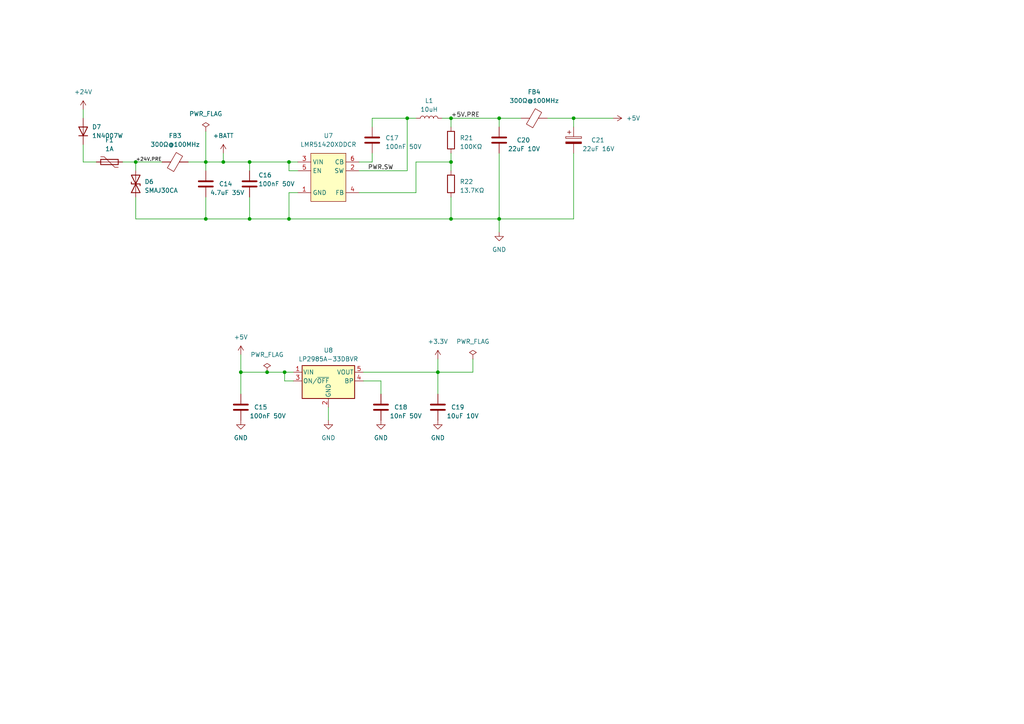
<source format=kicad_sch>
(kicad_sch (version 20230121) (generator eeschema)
  (paper "A4")
  (lib_symbols
    (symbol "Device:C" (pin_numbers hide) (pin_names (offset 0.254))
      (property "Reference" "C" (at 0.635 2.54 0))
      (property "Value" "C" (at 0.635 -2.54 0))
      (symbol "C_0_1"
        (polyline (pts (xy -2.032 -0.762) (xy 2.032 -0.762)) (stroke (width 0.508)))
        (polyline (pts (xy -2.032 0.762) (xy 2.032 0.762)) (stroke (width 0.508)))
      )
      (symbol "C_1_1"
        (pin passive line (at 0 3.81 270) (length 2.794) (name "~") (number "1"))
        (pin passive line (at 0 -3.81 90) (length 2.794) (name "~") (number "2"))
      )
    )
    (symbol "Device:C_Polarized" (pin_numbers hide) (pin_names (offset 0.254))
      (property "Reference" "C" (at 0.635 2.54 0))
      (property "Value" "C_Polarized" (at 0.635 -2.54 0))
      (symbol "C_Polarized_0_1"
        (rectangle (start -2.286 0.508) (end 2.286 1.016))
        (polyline (pts (xy -1.778 2.286) (xy -0.762 2.286)))
        (polyline (pts (xy -1.27 2.794) (xy -1.27 1.778)))
        (rectangle (start 2.286 -0.508) (end -2.286 -1.016) (fill (type outline)))
      )
      (symbol "C_Polarized_1_1"
        (pin passive line (at 0 3.81 270) (length 2.794) (name "~") (number "1"))
        (pin passive line (at 0 -3.81 90) (length 2.794) (name "~") (number "2"))
      )
    )
    (symbol "Device:D" (pin_numbers hide) (pin_names (offset 1.016) hide)
      (property "Reference" "D" (at 0 2.54 0))
      (property "Value" "D" (at 0 -2.54 0))
      (symbol "D_0_1"
        (polyline (pts (xy -1.27 1.27) (xy -1.27 -1.27)) (stroke (width 0.254)))
        (polyline (pts (xy 1.27 0) (xy -1.27 0)))
        (polyline (pts (xy 1.27 1.27) (xy 1.27 -1.27) (xy -1.27 0) (xy 1.27 1.27)) (stroke (width 0.254)))
      )
      (symbol "D_1_1"
        (pin passive line (at -3.81 0 0) (length 2.54) (name "K") (number "1"))
        (pin passive line (at 3.81 0 180) (length 2.54) (name "A") (number "2"))
      )
    )
    (symbol "Device:D_TVS" (pin_numbers hide) (pin_names (offset 1.016) hide)
      (property "Reference" "D" (at 0 2.54 0))
      (property "Value" "D_TVS" (at 0 -2.54 0))
      (symbol "D_TVS_0_1"
        (polyline (pts (xy 1.27 0) (xy -1.27 0)))
        (polyline (pts (xy 0.508 1.27) (xy 0 1.27) (xy 0 -1.27) (xy -0.508 -1.27)) (stroke (width 0.254)))
        (polyline (pts (xy -2.54 1.27) (xy -2.54 -1.27) (xy 2.54 1.27) (xy 2.54 -1.27) (xy -2.54 1.27)) (stroke (width 0.254)))
      )
      (symbol "D_TVS_1_1"
        (pin passive line (at -3.81 0 0) (length 2.54) (name "A1") (number "1"))
        (pin passive line (at 3.81 0 180) (length 2.54) (name "A2") (number "2"))
      )
    )
    (symbol "Device:FerriteBead" (pin_numbers hide) (pin_names (offset 0))
      (property "Reference" "FB" (at -3.81 0.635 90))
      (property "Value" "FerriteBead" (at 3.81 0 90))
      (symbol "FerriteBead_0_1"
        (polyline (pts (xy 0 -1.27) (xy 0 -1.2192)))
        (polyline (pts (xy 0 1.27) (xy 0 1.2954)))
        (polyline (pts (xy -2.7686 0.4064) (xy -1.7018 2.2606) (xy 2.7686 -0.3048) (xy 1.6764 -2.159) (xy -2.7686 0.4064)))
      )
      (symbol "FerriteBead_1_1"
        (pin passive line (at 0 3.81 270) (length 2.54) (name "~") (number "1"))
        (pin passive line (at 0 -3.81 90) (length 2.54) (name "~") (number "2"))
      )
    )
    (symbol "Device:L" (pin_numbers hide) (pin_names (offset 1.016) hide)
      (property "Reference" "L" (at -1.27 0 90))
      (property "Value" "L" (at 1.905 0 90))
      (symbol "L_0_1"
        (arc (start 0 -2.54) (mid 0.6323 -1.905) (end 0 -1.27))
        (arc (start 0 -1.27) (mid 0.6323 -0.635) (end 0 0))
        (arc (start 0 0) (mid 0.6323 0.635) (end 0 1.27))
        (arc (start 0 1.27) (mid 0.6323 1.905) (end 0 2.54))
      )
      (symbol "L_1_1"
        (pin passive line (at 0 3.81 270) (length 1.27) (name "1") (number "1"))
        (pin passive line (at 0 -3.81 90) (length 1.27) (name "2") (number "2"))
      )
    )
    (symbol "Device:Polyfuse" (pin_numbers hide) (pin_names (offset 0))
      (property "Reference" "F" (at -2.54 0 90))
      (property "Value" "Polyfuse" (at 2.54 0 90))
      (symbol "Polyfuse_0_1"
        (rectangle (start -0.762 2.54) (end 0.762 -2.54) (stroke (width 0.254)))
        (polyline (pts (xy 0 2.54) (xy 0 -2.54)))
        (polyline (pts (xy -1.524 2.54) (xy -1.524 1.524) (xy 1.524 -1.524) (xy 1.524 -2.54)))
      )
      (symbol "Polyfuse_1_1"
        (pin passive line (at 0 3.81 270) (length 1.27) (name "~") (number "1"))
        (pin passive line (at 0 -3.81 90) (length 1.27) (name "~") (number "2"))
      )
    )
    (symbol "Device:R" (pin_numbers hide) (pin_names (offset 0))
      (property "Reference" "R" (at 2.032 0 90))
      (property "Value" "R" (at 0 0 90))
      (symbol "R_0_1"
        (rectangle (start -1.016 -2.54) (end 1.016 2.54) (stroke (width 0.254)))
      )
      (symbol "R_1_1"
        (pin passive line (at 0 3.81 270) (length 1.27) (name "~") (number "1"))
        (pin passive line (at 0 -3.81 90) (length 1.27) (name "~") (number "2"))
      )
    )
    (symbol "M2M_Library:LMR51420YDDCR"
      (property "Reference" "U" (at 0 7.62 0))
      (property "Value" "LMR51420YDDCR" (at 0 -11.43 0))
      (symbol "LMR51420YDDCR_1_1"
        (rectangle (start -5.08 5.08) (end 5.08 -8.89) (fill (type background)))
        (pin power_in line (at -8.89 -6.35 0) (length 3.81) (name "GND") (number "1"))
        (pin output line (at 8.89 0 180) (length 3.81) (name "SW") (number "2"))
        (pin power_in line (at -8.89 2.54 0) (length 3.81) (name "VIN") (number "3"))
        (pin input line (at 8.89 -6.35 180) (length 3.81) (name "FB") (number "4"))
        (pin input line (at -8.89 0 0) (length 3.81) (name "EN") (number "5"))
        (pin input line (at 8.89 2.54 180) (length 3.81) (name "CB") (number "6"))
      )
    )
    (symbol "Regulator_Linear:LP2985-3.3" (pin_names (offset 0.254))
      (property "Reference" "U" (at -6.35 5.715 0))
      (property "Value" "LP2985-3.3" (at 0 5.715 0))
      (symbol "LP2985-3.3_0_1"
        (rectangle (start -7.62 -5.08) (end 7.62 4.445) (stroke (width 0.254)) (fill (type background)))
      )
      (symbol "LP2985-3.3_1_1"
        (pin power_in line (at -10.16 2.54 0) (length 2.54) (name "VIN") (number "1"))
        (pin power_in line (at 0 -7.62 90) (length 2.54) (name "GND") (number "2"))
        (pin input line (at -10.16 0 0) (length 2.54) (name "ON/~{OFF}") (number "3"))
        (pin input line (at 10.16 0 180) (length 2.54) (name "BP") (number "4"))
        (pin power_out line (at 10.16 2.54 180) (length 2.54) (name "VOUT") (number "5"))
      )
    )
    (symbol "power:+24V" (power) (pin_names (offset 0))
      (property "Value" "+24V" (at 0 3.556 0))
      (symbol "+24V_0_1"
        (polyline (pts (xy -0.762 1.27) (xy 0 2.54)))
        (polyline (pts (xy 0 0) (xy 0 2.54)))
        (polyline (pts (xy 0 2.54) (xy 0.762 1.27)))
      )
      (symbol "+24V_1_1"
        (pin power_in line (at 0 0 90) (length 0) hide (name "+24V") (number "1"))
      )
    )
    (symbol "power:+3.3V" (power) (pin_names (offset 0))
      (property "Value" "+3.3V" (at 0 3.556 0))
      (symbol "+3.3V_0_1"
        (polyline (pts (xy -0.762 1.27) (xy 0 2.54)))
        (polyline (pts (xy 0 0) (xy 0 2.54)))
        (polyline (pts (xy 0 2.54) (xy 0.762 1.27)))
      )
      (symbol "+3.3V_1_1"
        (pin power_in line (at 0 0 90) (length 0) hide (name "+3.3V") (number "1"))
      )
    )
    (symbol "power:+5V" (power) (pin_names (offset 0))
      (property "Value" "+5V" (at 0 3.556 0))
      (symbol "+5V_0_1"
        (polyline (pts (xy -0.762 1.27) (xy 0 2.54)))
        (polyline (pts (xy 0 0) (xy 0 2.54)))
        (polyline (pts (xy 0 2.54) (xy 0.762 1.27)))
      )
      (symbol "+5V_1_1"
        (pin power_in line (at 0 0 90) (length 0) hide (name "+5V") (number "1"))
      )
    )
    (symbol "power:+BATT" (power) (pin_names (offset 0))
      (property "Value" "+BATT" (at 0 3.556 0))
      (symbol "+BATT_0_1"
        (polyline (pts (xy -0.762 1.27) (xy 0 2.54)))
        (polyline (pts (xy 0 0) (xy 0 2.54)))
        (polyline (pts (xy 0 2.54) (xy 0.762 1.27)))
      )
      (symbol "+BATT_1_1"
        (pin power_in line (at 0 0 90) (length 0) hide (name "+BATT") (number "1"))
      )
    )
    (symbol "power:GND" (power) (pin_names (offset 0))
      (property "Value" "GND" (at 0 -3.81 0))
      (symbol "GND_0_1"
        (polyline (pts (xy 0 0) (xy 0 -1.27) (xy 1.27 -1.27) (xy 0 -2.54) (xy -1.27 -1.27) (xy 0 -1.27)))
      )
      (symbol "GND_1_1"
        (pin power_in line (at 0 0 270) (length 0) hide (name "GND") (number "1"))
      )
    )
    (symbol "power:PWR_FLAG" (power) (pin_numbers hide) (pin_names (offset 0) hide)
      (property "Value" "PWR_FLAG" (at 0 3.81 0))
      (symbol "PWR_FLAG_0_0"
        (pin power_out line (at 0 0 90) (length 0) (name "pwr") (number "1"))
      )
      (symbol "PWR_FLAG_0_1"
        (polyline (pts (xy 0 0) (xy 0 1.27) (xy -1.016 1.905) (xy 0 2.54) (xy 1.016 1.905) (xy 0 1.27)))
      )
    )
  )
  (junction (at 39.37 46.99))
  (junction (at 130.81 46.99))
  (junction (at 83.82 63.5))
  (junction (at 72.39 46.99))
  (junction (at 69.85 107.95))
  (junction (at 83.82 46.99))
  (junction (at 130.81 63.5))
  (junction (at 77.47 107.95))
  (junction (at 64.77 46.99))
  (junction (at 59.69 46.99))
  (junction (at 130.81 34.29))
  (junction (at 82.55 107.95))
  (junction (at 144.78 63.5))
  (junction (at 72.39 63.5))
  (junction (at 127 107.95))
  (junction (at 118.11 34.29))
  (junction (at 144.78 34.29))
  (junction (at 166.37 34.29))
  (junction (at 59.69 63.5))
  (wire (pts (xy 39.37 57.15) (xy 39.37 63.5)))
  (wire (pts (xy 59.69 46.99) (xy 64.77 46.99)))
  (wire (pts (xy 24.13 46.99) (xy 24.13 41.91)))
  (wire (pts (xy 39.37 46.99) (xy 46.99 46.99)))
  (wire (pts (xy 69.85 107.95) (xy 69.85 102.87)))
  (wire (pts (xy 105.41 107.95) (xy 127 107.95)))
  (wire (pts (xy 107.95 34.29) (xy 118.11 34.29)))
  (wire (pts (xy 120.65 55.88) (xy 104.14 55.88)))
  (wire (pts (xy 54.61 46.99) (xy 59.69 46.99)))
  (wire (pts (xy 107.95 46.99) (xy 107.95 44.45)))
  (wire (pts (xy 85.09 110.49) (xy 82.55 110.49)))
  (wire (pts (xy 130.81 63.5) (xy 83.82 63.5)))
  (wire (pts (xy 72.39 57.15) (xy 72.39 63.5)))
  (wire (pts (xy 144.78 63.5) (xy 130.81 63.5)))
  (wire (pts (xy 69.85 107.95) (xy 69.85 114.3)))
  (wire (pts (xy 158.75 34.29) (xy 166.37 34.29)))
  (wire (pts (xy 166.37 63.5) (xy 144.78 63.5)))
  (wire (pts (xy 120.65 46.99) (xy 120.65 55.88)))
  (wire (pts (xy 110.49 110.49) (xy 105.41 110.49)))
  (wire (pts (xy 118.11 34.29) (xy 120.65 34.29)))
  (wire (pts (xy 39.37 63.5) (xy 59.69 63.5)))
  (wire (pts (xy 110.49 114.3) (xy 110.49 110.49)))
  (wire (pts (xy 130.81 34.29) (xy 128.27 34.29)))
  (wire (pts (xy 104.14 46.99) (xy 107.95 46.99)))
  (wire (pts (xy 130.81 57.15) (xy 130.81 63.5)))
  (wire (pts (xy 144.78 44.45) (xy 144.78 63.5)))
  (wire (pts (xy 83.82 55.88) (xy 83.82 63.5)))
  (wire (pts (xy 83.82 63.5) (xy 72.39 63.5)))
  (wire (pts (xy 130.81 34.29) (xy 144.78 34.29)))
  (wire (pts (xy 166.37 44.45) (xy 166.37 63.5)))
  (wire (pts (xy 82.55 110.49) (xy 82.55 107.95)))
  (wire (pts (xy 77.47 107.95) (xy 69.85 107.95)))
  (wire (pts (xy 83.82 46.99) (xy 86.36 46.99)))
  (wire (pts (xy 85.09 107.95) (xy 82.55 107.95)))
  (wire (pts (xy 144.78 63.5) (xy 144.78 67.31)))
  (wire (pts (xy 144.78 34.29) (xy 151.13 34.29)))
  (wire (pts (xy 127 114.3) (xy 127 107.95)))
  (wire (pts (xy 130.81 46.99) (xy 130.81 49.53)))
  (wire (pts (xy 130.81 46.99) (xy 120.65 46.99)))
  (wire (pts (xy 137.16 104.14) (xy 137.16 107.95)))
  (wire (pts (xy 82.55 107.95) (xy 77.47 107.95)))
  (wire (pts (xy 83.82 49.53) (xy 83.82 46.99)))
  (wire (pts (xy 86.36 55.88) (xy 83.82 55.88)))
  (wire (pts (xy 64.77 44.45) (xy 64.77 46.99)))
  (wire (pts (xy 39.37 46.99) (xy 39.37 49.53)))
  (wire (pts (xy 127 104.14) (xy 127 107.95)))
  (wire (pts (xy 166.37 34.29) (xy 166.37 36.83)))
  (wire (pts (xy 86.36 49.53) (xy 83.82 49.53)))
  (wire (pts (xy 72.39 46.99) (xy 83.82 46.99)))
  (wire (pts (xy 144.78 34.29) (xy 144.78 36.83)))
  (wire (pts (xy 72.39 49.53) (xy 72.39 46.99)))
  (wire (pts (xy 35.56 46.99) (xy 39.37 46.99)))
  (wire (pts (xy 27.94 46.99) (xy 24.13 46.99)))
  (wire (pts (xy 59.69 63.5) (xy 72.39 63.5)))
  (wire (pts (xy 107.95 36.83) (xy 107.95 34.29)))
  (wire (pts (xy 59.69 57.15) (xy 59.69 63.5)))
  (wire (pts (xy 59.69 38.1) (xy 59.69 46.99)))
  (wire (pts (xy 118.11 34.29) (xy 118.11 49.53)))
  (wire (pts (xy 137.16 107.95) (xy 127 107.95)))
  (wire (pts (xy 95.25 118.11) (xy 95.25 121.92)))
  (wire (pts (xy 130.81 44.45) (xy 130.81 46.99)))
  (wire (pts (xy 24.13 31.75) (xy 24.13 34.29)))
  (wire (pts (xy 130.81 36.83) (xy 130.81 34.29)))
  (wire (pts (xy 64.77 46.99) (xy 72.39 46.99)))
  (wire (pts (xy 59.69 49.53) (xy 59.69 46.99)))
  (wire (pts (xy 118.11 49.53) (xy 104.14 49.53)))
  (wire (pts (xy 166.37 34.29) (xy 177.8 34.29)))
  (label "+5V.PRE" (at 130.81 34.29 0))
  (label "+24V.PRE" (at 39.37 46.99 0) (effects (font (size 1 1))))
  (label "PWR.SW" (at 106.68 49.53 0))
  (symbol (lib_id "Device:Polyfuse") (at 31.75 46.99 90) (mirror x) (unit 1)
    (property "Reference" "F1" (at 31.75 40.64 90))
    (property "Value" "1A" (at 31.75 43.18 90))
    (property "Footprint" "Fuse:Fuse_1812_4532Metric" (effects hide))
    (property "LCSC" "C782762" (effects hide))
    (property "MFR" "1812-050/15V" (effects hide))
    (instances (project "NTR-MAIN-U2xx" (path "" (reference "F1") (unit 1))) (project "M2M_OBD2_Mini" (path "" (reference "F?") (unit 1))) (project "Smart_DTC_Eraser_BLE_V1" (path "" (reference "F?") (unit 1))))
  )
  (symbol (lib_id "Regulator_Linear:LP2985-3.3") (at 95.25 110.49 0) (unit 1)
    (property "Reference" "U8" (at 95.25 101.6 0))
    (property "Value" "LP2985A-33DBVR" (at 95.25 104.14 0))
    (property "Footprint" "Package_TO_SOT_SMD:SOT-23-5" (effects hide))
    (property "Datasheet" "http://www.ti.com/lit/ds/symlink/lp2985.pdf" (effects hide))
    (property "LCSC" "C89826" (effects hide))
    (property "MFR" "LP2985A-33DBVR" (effects hide))
    (instances (project "NTR-MAIN-U2xx" (path "" (reference "U8") (unit 1))) (project "Smart_DTC_Eraser_BLE_V1" (path "" (reference "U?") (unit 1))))
  )
  (symbol (lib_id "power:GND") (at 127 121.92 0) (unit 1)
    (property "Reference" "#PWR052" (effects hide))
    (property "Value" "GND" (at 127 127 0))
    (instances (project "NTR-MAIN-U2xx" (path "" (reference "#PWR052") (unit 1))) (project "M2M_OBD2_Mini" (path "" (reference "#PWR?") (unit 1))) (project "Smart_DTC_Eraser_BLE_V1" (path "" (reference "#PWR?") (unit 1))) (project "M2M_3G_OBD2" (path "" (reference "#PWR?") (unit 1))))
  )
  (symbol (lib_id "Device:D") (at 24.13 38.1 90) (unit 1)
    (property "Reference" "D7" (at 26.67 36.83 90) (effects (justify right)))
    (property "Value" "1N4007W" (at 26.67 39.37 90) (effects (justify right)))
    (property "Footprint" "Diode_SMD:D_SOD-123" (effects hide))
    (property "Sim.Device" "D" (effects hide))
    (property "Sim.Pins" "1=K 2=A" (effects hide))
    (property "LCSC" "C3018540" (effects hide))
    (property "MFR" "1N4007W" (effects hide))
  )
  (symbol (lib_id "Device:C_Polarized") (at 166.37 40.64 0) (unit 1)
    (property "Reference" "C21" (at 171.45 40.64 0) (effects (justify left)))
    (property "Value" "22uF 16V" (at 168.91 43.18 0) (effects (justify left)))
    (property "Footprint" "Capacitor_Tantalum_SMD:CP_EIA-3216-10_Kemet-I" (effects hide))
    (property "LCSC" "C782264" (effects hide))
    (property "MFR" "CA45-A-16V-22uF-K" (effects hide))
    (instances (project "NTR-MAIN-U2xx" (path "" (reference "C21") (unit 1))) (project "M2M_OBD2_Mini" (path "" (reference "C?") (unit 1))) (project "Smart_DTC_Eraser_BLE_V1" (path "" (reference "C?") (unit 1))) (project "M2M_3G_OBD2" (path "" (reference "C?") (unit 1))))
  )
  (symbol (lib_id "power:+24V") (at 24.13 31.75 0) (unit 1)
    (property "Reference" "#PWR045" (effects hide))
    (property "Value" "+24V" (at 24.13 26.67 0))
    (instances (project "NTR-MAIN-U2xx" (path "" (reference "#PWR045") (unit 1))) (project "Smart_DTC_Eraser_BLE_V1" (path "" (reference "#PWR?") (unit 1))))
  )
  (symbol (lib_id "Device:FerriteBead") (at 50.8 46.99 90) (unit 1)
    (property "Reference" "FB3" (at 50.8 39.37 90))
    (property "Value" "300Ω@100MHz" (at 50.8 41.91 90))
    (property "Footprint" "Inductor_SMD:L_0603_1608Metric" (effects hide))
    (property "LCSC" "C401489" (effects hide))
    (property "MFR" "CBH160808W301T" (effects hide))
    (instances (project "NTR-MAIN-U2xx" (path "" (reference "FB3") (unit 1))) (project "M2M_OBD2_Mini" (path "" (reference "FB?") (unit 1))) (project "Smart_DTC_Eraser_BLE_V1" (path "" (reference "FB?") (unit 1))) (project "M2M_3G_OBD2" (path "" (reference "FB?") (unit 1))))
  )
  (symbol (lib_id "power:GND") (at 95.25 121.92 0) (unit 1)
    (property "Reference" "#PWR049" (effects hide))
    (property "Value" "GND" (at 95.25 127 0))
    (instances (project "NTR-MAIN-U2xx" (path "" (reference "#PWR049") (unit 1))) (project "M2M_OBD2_Mini" (path "" (reference "#PWR?") (unit 1))) (project "Smart_DTC_Eraser_BLE_V1" (path "" (reference "#PWR?") (unit 1))) (project "M2M_3G_OBD2" (path "" (reference "#PWR?") (unit 1))))
  )
  (symbol (lib_id "Device:C") (at 59.69 53.34 0) (unit 1)
    (property "Reference" "C14" (at 63.5 53.34 0) (effects (justify left)))
    (property "Value" "4.7uF 35V" (at 60.96 55.88 0) (effects (justify left)))
    (property "Footprint" "Capacitor_SMD:C_0603_1608Metric" (effects hide))
    (property "LCSC" "C162274" (effects hide))
    (property "MFR" "GRM188R6YA475KE15D" (effects hide))
    (instances (project "NTR-MAIN-U2xx" (path "" (reference "C14") (unit 1))) (project "M2M_OBD2_Mini" (path "" (reference "C?") (unit 1))) (project "Smart_DTC_Eraser_BLE_V1" (path "" (reference "C?") (unit 1))) (project "M2M_3G_OBD2" (path "" (reference "C?") (unit 1))))
  )
  (symbol (lib_id "Device:R") (at 130.81 40.64 0) (unit 1)
    (property "Reference" "R21" (at 133.35 40.005 0) (effects (justify left)))
    (property "Value" "100KΩ" (at 133.35 42.545 0) (effects (justify left)))
    (property "Footprint" "Resistor_SMD:R_0402_1005Metric" (effects hide))
    (property "LCSC" "C25741" (effects hide))
    (property "MFR" "0402WGF1003TCE" (effects hide))
    (instances (project "NTR-MAIN-U2xx" (path "" (reference "R21") (unit 1))) (project "M2M_OBD2_Mini" (path "" (reference "R?") (unit 1))) (project "Smart_DTC_Eraser_BLE_V1" (path "" (reference "R?") (unit 1))) (project "M2M_3G_OBD2" (path "" (reference "R?") (unit 1))))
  )
  (symbol (lib_id "power:+5V") (at 177.8 34.29 270) (unit 1)
    (property "Reference" "#PWR054" (effects hide))
    (property "Value" "+5V" (at 181.61 34.29 90) (effects (justify left)))
    (instances (project "NTR-MAIN-U2xx" (path "" (reference "#PWR054") (unit 1))) (project "M2M_OBD2_Mini" (path "" (reference "#PWR?") (unit 1))) (project "Smart_DTC_Eraser_BLE_V1" (path "" (reference "#PWR?") (unit 1))) (project "M2M_3G_OBD2" (path "" (reference "#PWR?") (unit 1))))
  )
  (symbol (lib_id "Device:C") (at 110.49 118.11 0) (unit 1)
    (property "Reference" "C18" (at 114.3 118.11 0) (effects (justify left)))
    (property "Value" "10nF 50V" (at 113.03 120.65 0) (effects (justify left)))
    (property "Footprint" "Capacitor_SMD:C_0402_1005Metric" (effects hide))
    (property "LCSC" "C15195" (effects hide))
    (property "MFR" "CL05B103KB5NNNC" (effects hide))
    (instances (project "NTR-MAIN-U2xx" (path "" (reference "C18") (unit 1))) (project "M2M_OBD2_Mini" (path "" (reference "C?") (unit 1))) (project "Smart_DTC_Eraser_BLE_V1" (path "" (reference "C?") (unit 1))) (project "M2M_3G_OBD2" (path "" (reference "C?") (unit 1))))
  )
  (symbol (lib_id "Device:D_TVS") (at 39.37 53.34 90) (unit 1)
    (property "Reference" "D6" (at 41.91 52.705 90) (effects (justify right)))
    (property "Value" "SMAJ30CA" (at 41.91 55.245 90) (effects (justify right)))
    (property "Footprint" "Diode_SMD:D_SMA" (effects hide))
    (property "LCSC" "C356367" (effects hide))
    (property "MFR" "SMAJ30CA" (effects hide))
    (instances (project "NTR-MAIN-U2xx" (path "" (reference "D6") (unit 1))) (project "M2M_OBD2_Mini" (path "" (reference "D?") (unit 1))) (project "Smart_DTC_Eraser_BLE_V1" (path "" (reference "D?") (unit 1))))
  )
  (symbol (lib_id "Device:C") (at 107.95 40.64 0) (unit 1)
    (property "Reference" "C17" (at 111.76 40.005 0) (effects (justify left)))
    (property "Value" "100nF 50V" (at 111.76 42.545 0) (effects (justify left)))
    (property "Footprint" "Capacitor_SMD:C_0402_1005Metric" (effects hide))
    (property "LCSC" "C77020" (effects hide))
    (property "MFR" "GRM155R71H104KE14D" (effects hide))
    (instances (project "NTR-MAIN-U2xx" (path "" (reference "C17") (unit 1))) (project "M2M_OBD2_Mini" (path "" (reference "C?") (unit 1))) (project "Smart_DTC_Eraser_BLE_V1" (path "" (reference "C?") (unit 1))) (project "M2M_3G_OBD2" (path "" (reference "C?") (unit 1))))
  )
  (symbol (lib_id "M2M_Library:LMR51420YDDCR") (at 95.25 49.53 0) (unit 1)
    (property "Reference" "U7" (at 95.25 39.37 0))
    (property "Value" "LMR51420XDDCR" (at 95.25 41.91 0))
    (property "Footprint" "Package_TO_SOT_SMD:SOT-23-6" (effects hide))
    (property "Datasheet" "https://www.ti.com/lit/ds/symlink/lmr51420.pdf?ts=1688921324831" (effects hide))
    (property "LCSC" "C5246146" (effects hide))
    (property "MFR" "LMR51420XDDCR" (effects hide))
    (instances (project "NTR-MAIN-U2xx" (path "" (reference "U7") (unit 1))) (project "M2M_OBD2_Mini" (path "" (reference "U?") (unit 1))) (project "Smart_DTC_Eraser_BLE_V1" (path "" (reference "U?") (unit 1))) (project "M2M_3G_OBD2" (path "" (reference "U?") (unit 1))))
  )
  (symbol (lib_id "Device:L") (at 124.46 34.29 90) (unit 1)
    (property "Reference" "L1" (at 124.46 29.21 90))
    (property "Value" "10uH" (at 124.46 31.75 90))
    (property "Footprint" "Inductor_SMD:L_Bourns-SRN4018" (effects hide))
    (property "LCSC" "C135244" (effects hide))
    (property "MFR" "SMNR4010-100MT" (effects hide))
    (instances (project "NTR-MAIN-U2xx" (path "" (reference "L1") (unit 1))) (project "M2M_OBD2_Mini" (path "" (reference "L?") (unit 1))) (project "Smart_DTC_Eraser_BLE_V1" (path "" (reference "L?") (unit 1))) (project "M2M_3G_OBD2" (path "" (reference "L?") (unit 1))))
  )
  (symbol (lib_id "power:GND") (at 144.78 67.31 0) (unit 1)
    (property "Reference" "#PWR053" (effects hide))
    (property "Value" "GND" (at 144.78 72.39 0))
    (instances (project "NTR-MAIN-U2xx" (path "" (reference "#PWR053") (unit 1))) (project "M2M_OBD2_Mini" (path "" (reference "#PWR?") (unit 1))) (project "Smart_DTC_Eraser_BLE_V1" (path "" (reference "#PWR?") (unit 1))) (project "M2M_3G_OBD2" (path "" (reference "#PWR?") (unit 1))))
  )
  (symbol (lib_id "power:+3.3V") (at 127 104.14 0) (unit 1)
    (property "Reference" "#PWR051" (effects hide))
    (property "Value" "+3.3V" (at 127 99.06 0))
    (instances (project "NTR-MAIN-U2xx" (path "" (reference "#PWR051") (unit 1))) (project "Smart_DTC_Eraser_BLE_V1" (path "" (reference "#PWR?") (unit 1))))
  )
  (symbol (lib_id "Device:C") (at 69.85 118.11 0) (unit 1)
    (property "Reference" "C15" (at 73.66 118.11 0) (effects (justify left)))
    (property "Value" "100nF 50V" (at 72.39 120.65 0) (effects (justify left)))
    (property "Footprint" "Capacitor_SMD:C_0402_1005Metric" (effects hide))
    (property "LCSC" "C77020" (effects hide))
    (property "MFR" "GRM155R71H104KE14D" (effects hide))
    (instances (project "NTR-MAIN-U2xx" (path "" (reference "C15") (unit 1))) (project "M2M_OBD2_Mini" (path "" (reference "C?") (unit 1))) (project "Smart_DTC_Eraser_BLE_V1" (path "" (reference "C?") (unit 1))) (project "M2M_3G_OBD2" (path "" (reference "C?") (unit 1))))
  )
  (symbol (lib_id "power:GND") (at 110.49 121.92 0) (unit 1)
    (property "Reference" "#PWR050" (effects hide))
    (property "Value" "GND" (at 110.49 127 0))
    (instances (project "NTR-MAIN-U2xx" (path "" (reference "#PWR050") (unit 1))) (project "M2M_OBD2_Mini" (path "" (reference "#PWR?") (unit 1))) (project "Smart_DTC_Eraser_BLE_V1" (path "" (reference "#PWR?") (unit 1))) (project "M2M_3G_OBD2" (path "" (reference "#PWR?") (unit 1))))
  )
  (symbol (lib_id "power:PWR_FLAG") (at 77.47 107.95 0) (unit 1)
    (property "Reference" "#FLG03" (effects hide))
    (property "Value" "PWR_FLAG" (at 77.47 102.87 0))
    (instances (project "NTR-MAIN-U2xx" (path "" (reference "#FLG03") (unit 1))) (project "Smart_DTC_Eraser_BLE_V1" (path "" (reference "#FLG?") (unit 1))))
  )
  (symbol (lib_id "Device:C") (at 127 118.11 0) (unit 1)
    (property "Reference" "C19" (at 130.81 118.11 0) (effects (justify left)))
    (property "Value" "10uF 10V" (at 129.54 120.65 0) (effects (justify left)))
    (property "Footprint" "Capacitor_SMD:C_0402_1005Metric" (effects hide))
    (property "LCSC" "C315248" (effects hide))
    (property "MFR" "CL05A106MP5NUNC" (effects hide))
    (instances (project "NTR-MAIN-U2xx" (path "" (reference "C19") (unit 1))) (project "M2M_OBD2_Mini" (path "" (reference "C?") (unit 1))) (project "Smart_DTC_Eraser_BLE_V1" (path "" (reference "C?") (unit 1))) (project "M2M_3G_OBD2" (path "" (reference "C?") (unit 1))))
  )
  (symbol (lib_id "power:+5V") (at 69.85 102.87 0) (unit 1)
    (property "Reference" "#PWR047" (effects hide))
    (property "Value" "+5V" (at 69.85 97.79 0))
    (instances (project "NTR-MAIN-U2xx" (path "" (reference "#PWR047") (unit 1))) (project "M2M_OBD2_Mini" (path "" (reference "#PWR?") (unit 1))) (project "Smart_DTC_Eraser_BLE_V1" (path "" (reference "#PWR?") (unit 1))) (project "M2M_3G_OBD2" (path "" (reference "#PWR?") (unit 1))))
  )
  (symbol (lib_id "Device:FerriteBead") (at 154.94 34.29 90) (unit 1)
    (property "Reference" "FB4" (at 154.94 26.67 90))
    (property "Value" "300Ω@100MHz" (at 154.94 29.21 90))
    (property "Footprint" "Inductor_SMD:L_0805_2012Metric" (effects hide))
    (property "LCSC" "C67451" (effects hide))
    (property "MFR" "CBW201209U301T" (effects hide))
    (instances (project "NTR-MAIN-U2xx" (path "" (reference "FB4") (unit 1))) (project "M2M_OBD2_Mini" (path "" (reference "FB?") (unit 1))) (project "Smart_DTC_Eraser_BLE_V1" (path "" (reference "FB?") (unit 1))) (project "M2M_3G_OBD2" (path "" (reference "FB?") (unit 1))))
  )
  (symbol (lib_id "power:+BATT") (at 64.77 44.45 0) (unit 1)
    (property "Reference" "#PWR046" (effects hide))
    (property "Value" "+BATT" (at 64.77 39.37 0))
    (instances (project "NTR-MAIN-U2xx" (path "" (reference "#PWR046") (unit 1))) (project "Smart_DTC_Eraser_BLE_V1" (path "" (reference "#PWR?") (unit 1))))
  )
  (symbol (lib_id "Device:C") (at 144.78 40.64 0) (unit 1)
    (property "Reference" "C20" (at 149.86 40.64 0) (effects (justify left)))
    (property "Value" "22uF 10V" (at 147.32 43.18 0) (effects (justify left)))
    (property "Footprint" "Capacitor_SMD:C_0805_2012Metric" (effects hide))
    (property "LCSC" "C380336" (effects hide))
    (property "MFR" "TCC0805X5R226K100FT" (effects hide))
    (instances (project "NTR-MAIN-U2xx" (path "" (reference "C20") (unit 1))) (project "M2M_OBD2_Mini" (path "" (reference "C?") (unit 1))) (project "Smart_DTC_Eraser_BLE_V1" (path "" (reference "C?") (unit 1))) (project "M2M_3G_OBD2" (path "" (reference "C?") (unit 1))))
  )
  (symbol (lib_id "Device:C") (at 72.39 53.34 0) (unit 1)
    (property "Reference" "C16" (at 74.93 50.8 0) (effects (justify left)))
    (property "Value" "100nF 50V" (at 74.93 53.34 0) (effects (justify left)))
    (property "Footprint" "Capacitor_SMD:C_0402_1005Metric" (effects hide))
    (property "LCSC" "C77020" (effects hide))
    (property "MFR" "GRM155R71H104KE14D" (effects hide))
    (instances (project "NTR-MAIN-U2xx" (path "" (reference "C16") (unit 1))) (project "M2M_OBD2_Mini" (path "" (reference "C?") (unit 1))) (project "Smart_DTC_Eraser_BLE_V1" (path "" (reference "C?") (unit 1))) (project "M2M_3G_OBD2" (path "" (reference "C?") (unit 1))))
  )
  (symbol (lib_id "power:GND") (at 69.85 121.92 0) (unit 1)
    (property "Reference" "#PWR048" (effects hide))
    (property "Value" "GND" (at 69.85 127 0))
    (instances (project "NTR-MAIN-U2xx" (path "" (reference "#PWR048") (unit 1))) (project "M2M_OBD2_Mini" (path "" (reference "#PWR?") (unit 1))) (project "Smart_DTC_Eraser_BLE_V1" (path "" (reference "#PWR?") (unit 1))) (project "M2M_3G_OBD2" (path "" (reference "#PWR?") (unit 1))))
  )
  (symbol (lib_id "Device:R") (at 130.81 53.34 0) (unit 1)
    (property "Reference" "R22" (at 133.35 52.705 0) (effects (justify left)))
    (property "Value" "13.7KΩ" (at 133.35 55.245 0) (effects (justify left)))
    (property "Footprint" "Resistor_SMD:R_0402_1005Metric" (effects hide))
    (property "LCSC" "C25854" (effects hide))
    (property "MFR" "0402WGF1372TCE" (effects hide))
    (instances (project "NTR-MAIN-U2xx" (path "" (reference "R22") (unit 1))) (project "M2M_OBD2_Mini" (path "" (reference "R?") (unit 1))) (project "Smart_DTC_Eraser_BLE_V1" (path "" (reference "R?") (unit 1))) (project "M2M_3G_OBD2" (path "" (reference "R?") (unit 1))))
  )
  (symbol (lib_id "power:PWR_FLAG") (at 59.69 38.1 0) (unit 1)
    (property "Reference" "#FLG02" (effects hide))
    (property "Value" "PWR_FLAG" (at 59.69 33.02 0))
    (instances (project "NTR-MAIN-U2xx" (path "" (reference "#FLG02") (unit 1))) (project "Smart_DTC_Eraser_BLE_V1" (path "" (reference "#FLG?") (unit 1))))
  )
  (symbol (lib_id "power:PWR_FLAG") (at 137.16 104.14 0) (unit 1)
    (property "Reference" "#FLG04" (effects hide))
    (property "Value" "PWR_FLAG" (at 137.16 99.06 0))
    (instances (project "NTR-MAIN-U2xx" (path "" (reference "#FLG04") (unit 1))) (project "Smart_DTC_Eraser_BLE_V1" (path "" (reference "#FLG?") (unit 1))))
  )
)
</source>
